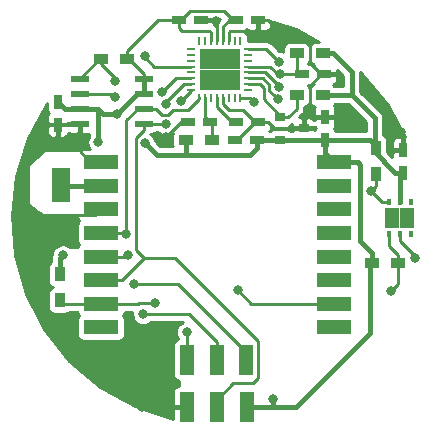
<source format=gtl>
G04 #@! TF.GenerationSoftware,KiCad,Pcbnew,no-vcs-found-7529~57~ubuntu16.04.1*
G04 #@! TF.CreationDate,2017-01-27T16:28:15+02:00*
G04 #@! TF.ProjectId,temperature_humidity,74656D70657261747572655F68756D69,rev?*
G04 #@! TF.FileFunction,Copper,L1,Top,Signal*
G04 #@! TF.FilePolarity,Positive*
%FSLAX46Y46*%
G04 Gerber Fmt 4.6, Leading zero omitted, Abs format (unit mm)*
G04 Created by KiCad (PCBNEW no-vcs-found-7529~57~ubuntu16.04.1) date Fri Jan 27 16:28:15 2017*
%MOMM*%
%LPD*%
G01*
G04 APERTURE LIST*
%ADD10C,0.100000*%
%ADD11R,1.270000X2.500000*%
%ADD12R,1.200000X0.750000*%
%ADD13R,0.750000X1.200000*%
%ADD14R,1.725000X1.725000*%
%ADD15R,0.700000X0.250000*%
%ADD16R,0.250000X0.700000*%
%ADD17R,1.500000X3.000000*%
%ADD18R,1.200000X0.900000*%
%ADD19R,0.900000X1.200000*%
%ADD20R,1.550000X0.600000*%
%ADD21R,0.900000X0.800000*%
%ADD22R,1.300000X0.850000*%
%ADD23R,0.450000X0.630000*%
%ADD24R,3.000000X1.200000*%
%ADD25C,0.800000*%
%ADD26C,0.250000*%
%ADD27C,0.450000*%
%ADD28C,0.254000*%
G04 APERTURE END LIST*
D10*
D11*
X119380000Y-102838000D03*
X116840000Y-102838000D03*
X114300000Y-102838000D03*
X114300000Y-98838000D03*
X116840000Y-98838000D03*
X119340000Y-98838000D03*
D12*
X113604000Y-70104000D03*
X115504000Y-70104000D03*
X116266000Y-78740000D03*
X114366000Y-78740000D03*
X120330000Y-70104000D03*
X118430000Y-70104000D03*
X120330000Y-78740000D03*
X118430000Y-78740000D03*
D13*
X103378000Y-78928000D03*
X103378000Y-77028000D03*
D12*
X124018000Y-74676000D03*
X125918000Y-74676000D03*
X118364000Y-80264000D03*
X120264000Y-80264000D03*
D13*
X132588000Y-81092000D03*
X132588000Y-82992000D03*
X125984000Y-80198000D03*
X125984000Y-78298000D03*
D14*
X117956500Y-73406000D03*
X116231500Y-73406000D03*
X117956500Y-75131000D03*
X116231500Y-75131000D03*
D15*
X119494000Y-72518500D03*
X119494000Y-73018500D03*
X119494000Y-73518500D03*
X119494000Y-74018500D03*
X119494000Y-74518500D03*
X119494000Y-75018500D03*
X119494000Y-75518500D03*
X119494000Y-76018500D03*
D16*
X118844000Y-76668500D03*
X118344000Y-76668500D03*
X117844000Y-76668500D03*
X117344000Y-76668500D03*
X116844000Y-76668500D03*
X116344000Y-76668500D03*
X115844000Y-76668500D03*
X115344000Y-76668500D03*
D15*
X114694000Y-76018500D03*
X114694000Y-75518500D03*
X114694000Y-75018500D03*
X114694000Y-74518500D03*
X114694000Y-74018500D03*
X114694000Y-73518500D03*
X114694000Y-73018500D03*
X114694000Y-72518500D03*
D16*
X115344000Y-71868500D03*
X115844000Y-71868500D03*
X116344000Y-71868500D03*
X116844000Y-71868500D03*
X117344000Y-71868500D03*
X117844000Y-71868500D03*
X118344000Y-71868500D03*
X118844000Y-71868500D03*
D17*
X103632000Y-84020000D03*
D18*
X107020000Y-73406000D03*
X109220000Y-73406000D03*
X123614000Y-76454000D03*
X125814000Y-76454000D03*
X123614000Y-72898000D03*
X125814000Y-72898000D03*
D19*
X130302000Y-80942000D03*
X130302000Y-83142000D03*
D18*
X132164000Y-90678000D03*
X129964000Y-90678000D03*
D19*
X103548000Y-91610000D03*
X103548000Y-93810000D03*
D20*
X110650000Y-75057000D03*
X110650000Y-76327000D03*
X110650000Y-77597000D03*
X110650000Y-78867000D03*
X105250000Y-78867000D03*
X105250000Y-77597000D03*
X105250000Y-76327000D03*
X105250000Y-75057000D03*
D21*
X124206000Y-79248000D03*
X122206000Y-80198000D03*
X122206000Y-78298000D03*
D22*
X131684000Y-87293000D03*
X132984000Y-87293000D03*
X131684000Y-86443000D03*
X132984000Y-86443000D03*
D23*
X131384000Y-85528000D03*
X132334000Y-85528000D03*
X133284000Y-85528000D03*
X133284000Y-88208000D03*
X132334000Y-88208000D03*
X131384000Y-88208000D03*
D24*
X107046000Y-96106000D03*
X107046000Y-94106000D03*
X107046000Y-92106000D03*
X107046000Y-90106000D03*
X107046000Y-88106000D03*
X107046000Y-86106000D03*
X107046000Y-84106000D03*
X107046000Y-82106000D03*
X126746000Y-82106000D03*
X126746000Y-84106000D03*
X126746000Y-86106000D03*
X126746000Y-88106000D03*
X126746000Y-90106000D03*
X126746000Y-92106000D03*
X126746000Y-94106000D03*
X126746000Y-96106000D03*
D18*
X116416000Y-80264000D03*
X114216000Y-80264000D03*
D25*
X133600000Y-90200000D03*
X112522000Y-80010000D03*
X128200000Y-78200000D03*
X132400000Y-79600000D03*
X116796975Y-70121872D03*
X110490000Y-102870000D03*
X122193044Y-74682769D03*
X114300000Y-96520000D03*
X108400008Y-78000000D03*
X121600000Y-102200000D03*
X106800000Y-80400000D03*
X103800000Y-90000000D03*
X110744000Y-80518000D03*
X108200000Y-76600000D03*
X109824990Y-92456000D03*
X109330023Y-90009577D03*
X113792000Y-76948990D03*
X109193988Y-88200000D03*
X110600000Y-94999992D03*
X112521500Y-78914469D03*
X112548011Y-77230892D03*
X122134383Y-73634397D03*
X118618000Y-92963988D03*
X112212039Y-76175931D03*
X111599994Y-94000000D03*
X122078199Y-75731036D03*
X129875010Y-84582000D03*
X122050023Y-76798569D03*
X131609790Y-93000000D03*
X108200008Y-75200000D03*
X110744000Y-73152000D03*
X119999992Y-77000000D03*
D26*
X105250000Y-81210000D02*
X105250000Y-78867000D01*
X106146000Y-82106000D02*
X105250000Y-81210000D01*
X107046000Y-82106000D02*
X106146000Y-82106000D01*
X107046000Y-86106000D02*
X106552000Y-86600000D01*
X106552000Y-86600000D02*
X102416000Y-86600000D01*
X102416000Y-86600000D02*
X102108000Y-86908000D01*
X102108000Y-86908000D02*
X102108000Y-88646000D01*
X103378000Y-78928000D02*
X102472000Y-78928000D01*
X102472000Y-78928000D02*
X100800000Y-80600000D01*
X100800000Y-87338000D02*
X102108000Y-88646000D01*
X100800000Y-80600000D02*
X100800000Y-87338000D01*
X132334000Y-88208000D02*
X132334000Y-88773000D01*
X132334000Y-88773000D02*
X133600000Y-90039000D01*
X133600000Y-90039000D02*
X133600000Y-90200000D01*
X117344000Y-76568000D02*
X117344000Y-77212000D01*
X117344000Y-77212000D02*
X117856000Y-77724000D01*
X117856000Y-77724000D02*
X119089000Y-77724000D01*
X119089000Y-77724000D02*
X120105000Y-78740000D01*
X120105000Y-78740000D02*
X120330000Y-78740000D01*
X113792000Y-78740000D02*
X112522000Y-80010000D01*
X114366000Y-78740000D02*
X113792000Y-78740000D01*
X125984000Y-78298000D02*
X128102000Y-78298000D01*
X128102000Y-78298000D02*
X128200000Y-78200000D01*
X120330000Y-70104000D02*
X121180000Y-70104000D01*
X121180000Y-70104000D02*
X122704000Y-71628000D01*
X122704000Y-71628000D02*
X124714000Y-71628000D01*
X132588000Y-79788000D02*
X132400000Y-79600000D01*
X132588000Y-81092000D02*
X132588000Y-79788000D01*
X120330000Y-70104000D02*
X120330000Y-70729000D01*
X117844000Y-71292220D02*
X117844000Y-71868500D01*
X120330000Y-70729000D02*
X120059000Y-71000000D01*
X117855999Y-71120001D02*
X117855999Y-71280221D01*
X120059000Y-71000000D02*
X117976000Y-71000000D01*
X117976000Y-71000000D02*
X117855999Y-71120001D01*
X117855999Y-71280221D02*
X117844000Y-71292220D01*
X116844000Y-70168897D02*
X116796975Y-70121872D01*
X116779103Y-70104000D02*
X116796975Y-70121872D01*
X115504000Y-70104000D02*
X116779103Y-70104000D01*
X116844000Y-71868500D02*
X116844000Y-70168897D01*
X120330000Y-70104000D02*
X120105000Y-70104000D01*
X124714000Y-71628000D02*
X124714000Y-73697000D01*
X124714000Y-73697000D02*
X125693000Y-74676000D01*
X125693000Y-74676000D02*
X125918000Y-74676000D01*
X132654000Y-81092000D02*
X132588000Y-81092000D01*
X120330000Y-78740000D02*
X121180000Y-78740000D01*
X121180000Y-78740000D02*
X121688000Y-79248000D01*
X121688000Y-79248000D02*
X124206000Y-79248000D01*
X125984000Y-78298000D02*
X124714000Y-78298000D01*
X124714000Y-78298000D02*
X124506000Y-78298000D01*
X125693000Y-74676000D02*
X124714000Y-75655000D01*
X124714000Y-75655000D02*
X124714000Y-78298000D01*
X102108000Y-88646000D02*
X102108000Y-94742000D01*
X102108000Y-94742000D02*
X110236000Y-102870000D01*
X110236000Y-102870000D02*
X110490000Y-102870000D01*
X114300000Y-102838000D02*
X110522000Y-102838000D01*
X110522000Y-102838000D02*
X110490000Y-102870000D01*
X118364000Y-80264000D02*
X118589000Y-80264000D01*
X118589000Y-80264000D02*
X120113000Y-78740000D01*
X120113000Y-78740000D02*
X120330000Y-78740000D01*
X124506000Y-78298000D02*
X124206000Y-78598000D01*
X124206000Y-78598000D02*
X124206000Y-79248000D01*
X105250000Y-78867000D02*
X103439000Y-78867000D01*
X103439000Y-78867000D02*
X103378000Y-78928000D01*
X118164878Y-78740000D02*
X118430000Y-78740000D01*
X116844000Y-77419122D02*
X118164878Y-78740000D01*
X116844000Y-76568000D02*
X116844000Y-77419122D01*
X122199813Y-74676000D02*
X122193044Y-74682769D01*
X124018000Y-74676000D02*
X122199813Y-74676000D01*
X119494000Y-74018500D02*
X121319363Y-74018500D01*
X121319363Y-74018500D02*
X121983632Y-74682769D01*
X121983632Y-74682769D02*
X122193044Y-74682769D01*
X114300000Y-96520000D02*
X114300000Y-98838000D01*
X123614000Y-72898000D02*
X123614000Y-74338000D01*
X123614000Y-74338000D02*
X123952000Y-74676000D01*
X123952000Y-74676000D02*
X124018000Y-74676000D01*
D27*
X106800000Y-77597000D02*
X107203000Y-78000000D01*
X110073008Y-76327000D02*
X108400008Y-78000000D01*
X107203000Y-78000000D02*
X108400008Y-78000000D01*
X110650000Y-76327000D02*
X110073008Y-76327000D01*
X123562000Y-102838000D02*
X121600000Y-102838000D01*
X121600000Y-102838000D02*
X119380000Y-102838000D01*
X121600000Y-102200000D02*
X121600000Y-102838000D01*
X106800000Y-77597000D02*
X105250000Y-77597000D01*
X106800000Y-80400000D02*
X106800000Y-77597000D01*
X103548000Y-91610000D02*
X103548000Y-90252000D01*
X103548000Y-90252000D02*
X103800000Y-90000000D01*
X103400000Y-91462000D02*
X103548000Y-91610000D01*
X129964000Y-90678000D02*
X129800000Y-90842000D01*
X129800000Y-90842000D02*
X129800000Y-96600000D01*
X129800000Y-96600000D02*
X123562000Y-102838000D01*
X114786000Y-81534000D02*
X114334000Y-81534000D01*
X114334000Y-81534000D02*
X114216000Y-81416000D01*
X114216000Y-81416000D02*
X114216000Y-80264000D01*
X114786000Y-81534000D02*
X111760000Y-81534000D01*
X111760000Y-81534000D02*
X110744000Y-80518000D01*
X128254000Y-76454000D02*
X128254000Y-74488000D01*
X125814000Y-72898000D02*
X126664000Y-72898000D01*
X126664000Y-72898000D02*
X128254000Y-74488000D01*
X130200000Y-78400000D02*
X128254000Y-76454000D01*
X130200000Y-80840000D02*
X130200000Y-78400000D01*
X128254000Y-76454000D02*
X125814000Y-76454000D01*
X130302000Y-80942000D02*
X130200000Y-80840000D01*
X132588000Y-82992000D02*
X131948000Y-82992000D01*
X129798000Y-80198000D02*
X125984000Y-80198000D01*
X131948000Y-82992000D02*
X130048000Y-81092000D01*
X130048000Y-81092000D02*
X130048000Y-80448000D01*
X130048000Y-80448000D02*
X129798000Y-80198000D01*
X129964000Y-90678000D02*
X129964000Y-89764000D01*
X128776000Y-82106000D02*
X126746000Y-82106000D01*
X129964000Y-89764000D02*
X129000000Y-88800000D01*
X129000000Y-88800000D02*
X129000000Y-82330000D01*
X129000000Y-82330000D02*
X128776000Y-82106000D01*
X113829000Y-70104000D02*
X113604000Y-70104000D01*
D26*
X114586129Y-69346871D02*
X113829000Y-70104000D01*
X117447871Y-69346871D02*
X114586129Y-69346871D01*
X118205000Y-70104000D02*
X117447871Y-69346871D01*
D27*
X118430000Y-70104000D02*
X118205000Y-70104000D01*
D26*
X117910878Y-70104000D02*
X118430000Y-70104000D01*
X117344000Y-71868500D02*
X117344000Y-70670878D01*
X117344000Y-70670878D02*
X117910878Y-70104000D01*
X113604000Y-70104000D02*
X113604000Y-70729000D01*
X113604000Y-70729000D02*
X113875000Y-71000000D01*
X113875000Y-71000000D02*
X116212000Y-71000000D01*
X116212000Y-71000000D02*
X116344000Y-71132000D01*
X116344000Y-71132000D02*
X116344000Y-71868500D01*
X113604000Y-70104000D02*
X111822000Y-70104000D01*
X109220000Y-72706000D02*
X109220000Y-73406000D01*
X111822000Y-70104000D02*
X109220000Y-72706000D01*
D27*
X118364000Y-70104000D02*
X118430000Y-70104000D01*
D26*
X109370000Y-73406000D02*
X110650000Y-74686000D01*
X110650000Y-74686000D02*
X110650000Y-75057000D01*
D27*
X109220000Y-73406000D02*
X109370000Y-73406000D01*
X114216000Y-80264000D02*
X114066000Y-80264000D01*
X120264000Y-80264000D02*
X120264000Y-80889000D01*
X120264000Y-80889000D02*
X119619000Y-81534000D01*
X119619000Y-81534000D02*
X114786000Y-81534000D01*
X110650000Y-75057000D02*
X110650000Y-76327000D01*
X125984000Y-80198000D02*
X125984000Y-81344000D01*
X125984000Y-81344000D02*
X126746000Y-82106000D01*
X132334000Y-85528000D02*
X132334000Y-83246000D01*
X132334000Y-83246000D02*
X132588000Y-82992000D01*
X120264000Y-80264000D02*
X122140000Y-80264000D01*
X122140000Y-80264000D02*
X122206000Y-80198000D01*
X122206000Y-80198000D02*
X125984000Y-80198000D01*
X105250000Y-77597000D02*
X103947000Y-77597000D01*
X103947000Y-77597000D02*
X103378000Y-77028000D01*
D26*
X107927000Y-76327000D02*
X108200000Y-76600000D01*
X105250000Y-76327000D02*
X107927000Y-76327000D01*
X119340000Y-98223000D02*
X113573000Y-92456000D01*
X113573000Y-92456000D02*
X109824990Y-92456000D01*
X119340000Y-98838000D02*
X119340000Y-98223000D01*
X114694000Y-76018500D02*
X114694000Y-76046990D01*
X114694000Y-76046990D02*
X113792000Y-76948990D01*
X109233600Y-90106000D02*
X109330023Y-90009577D01*
X107046000Y-90106000D02*
X109233600Y-90106000D01*
X109193988Y-78578012D02*
X109193988Y-88200000D01*
X109099988Y-88106000D02*
X109193988Y-88200000D01*
X110650000Y-77597000D02*
X110175000Y-77597000D01*
X107046000Y-88106000D02*
X109099988Y-88106000D01*
X110175000Y-77597000D02*
X109193988Y-78578012D01*
X116840000Y-98838000D02*
X116840000Y-97338000D01*
X116840000Y-97338000D02*
X114501992Y-94999992D01*
X114501992Y-94999992D02*
X110600000Y-94999992D01*
X115344000Y-76568000D02*
X115344000Y-76793000D01*
X111675000Y-77597000D02*
X110650000Y-77597000D01*
X112217468Y-78139468D02*
X111675000Y-77597000D01*
X112745534Y-78139468D02*
X112217468Y-78139468D01*
X113161002Y-77724000D02*
X112745534Y-78139468D01*
X115344000Y-76793000D02*
X114413000Y-77724000D01*
X114413000Y-77724000D02*
X113161002Y-77724000D01*
X107014000Y-88138000D02*
X107046000Y-88106000D01*
X107946000Y-88106000D02*
X107046000Y-88106000D01*
X110650000Y-79417000D02*
X110650000Y-78867000D01*
X110650000Y-90252000D02*
X109968998Y-89570998D01*
X109968998Y-89570998D02*
X109968998Y-80098002D01*
X109968998Y-80098002D02*
X110650000Y-79417000D01*
X114694000Y-75518500D02*
X114081500Y-75518500D01*
X114081500Y-75518500D02*
X112578903Y-77021097D01*
X112578903Y-77021097D02*
X112578903Y-77200000D01*
X112578903Y-77200000D02*
X112548011Y-77230892D01*
X112474031Y-78867000D02*
X112521500Y-78914469D01*
X110650000Y-78867000D02*
X112474031Y-78867000D01*
X116840000Y-102838000D02*
X116840000Y-102223000D01*
X116840000Y-102223000D02*
X118225000Y-100838000D01*
X120350001Y-100388001D02*
X120350001Y-97287999D01*
X113314002Y-90252000D02*
X110650000Y-90252000D01*
X118225000Y-100838000D02*
X119900002Y-100838000D01*
X119900002Y-100838000D02*
X120350001Y-100388001D01*
X120350001Y-97287999D02*
X113314002Y-90252000D01*
X107046000Y-92106000D02*
X108796000Y-92106000D01*
X108796000Y-92106000D02*
X110650000Y-90252000D01*
X121018486Y-72518500D02*
X122134383Y-73634397D01*
X119494000Y-72518500D02*
X121018486Y-72518500D01*
X119760012Y-94106000D02*
X118618000Y-92963988D01*
X126746000Y-94106000D02*
X119760012Y-94106000D01*
X113369470Y-75018500D02*
X112212039Y-76175931D01*
X114694000Y-75018500D02*
X113369470Y-75018500D01*
X110252996Y-94000000D02*
X111599994Y-94000000D01*
X110146996Y-94106000D02*
X110252996Y-94000000D01*
X107046000Y-94106000D02*
X110146996Y-94106000D01*
X107046000Y-94106000D02*
X103844000Y-94106000D01*
X103844000Y-94106000D02*
X103548000Y-93810000D01*
D27*
X107046000Y-84106000D02*
X103718000Y-84106000D01*
D26*
X103718000Y-84106000D02*
X103632000Y-84020000D01*
X119494000Y-75518500D02*
X120518500Y-75518500D01*
X120518500Y-75518500D02*
X120800000Y-75800000D01*
X120800000Y-75800000D02*
X120800000Y-76800000D01*
X120800000Y-76800000D02*
X122206000Y-78206000D01*
X122206000Y-78206000D02*
X122206000Y-78298000D01*
X122206000Y-78298000D02*
X122906000Y-78298000D01*
X122906000Y-78298000D02*
X123614000Y-77590000D01*
X123614000Y-77590000D02*
X123614000Y-76454000D01*
X119494000Y-74518500D02*
X120932744Y-74518500D01*
X120932744Y-74518500D02*
X122078199Y-75663955D01*
X122078199Y-75663955D02*
X122078199Y-75731036D01*
X131384000Y-85528000D02*
X130821010Y-85528000D01*
X130302000Y-84155010D02*
X129875010Y-84582000D01*
X130821010Y-85528000D02*
X129875010Y-84582000D01*
X130302000Y-83142000D02*
X130302000Y-84155010D01*
X121650024Y-76398570D02*
X122050023Y-76798569D01*
X121649703Y-76398570D02*
X121650024Y-76398570D01*
X120725622Y-75018500D02*
X121300011Y-75592889D01*
X121300011Y-76048878D02*
X121649703Y-76398570D01*
X119494000Y-75018500D02*
X120725622Y-75018500D01*
X121300011Y-75592889D02*
X121300011Y-76048878D01*
X132164000Y-90678000D02*
X132164000Y-92445790D01*
X132164000Y-92445790D02*
X131609790Y-93000000D01*
X132164000Y-90678000D02*
X132164000Y-89978000D01*
X132164000Y-89978000D02*
X131384000Y-89198000D01*
X131384000Y-89198000D02*
X131384000Y-88208000D01*
X107020000Y-73406000D02*
X107020000Y-73820000D01*
X107020000Y-73820000D02*
X108200008Y-75000008D01*
X108200008Y-75000008D02*
X108200008Y-75200000D01*
X114694000Y-74018500D02*
X111557502Y-74018500D01*
X111557502Y-74018500D02*
X110744000Y-73204998D01*
X110744000Y-73204998D02*
X110744000Y-73152000D01*
X107020000Y-73406000D02*
X106901000Y-73406000D01*
X106901000Y-73406000D02*
X105250000Y-75057000D01*
X115844000Y-76568000D02*
X115844000Y-78318000D01*
X115844000Y-78318000D02*
X116266000Y-78740000D01*
X116416000Y-80264000D02*
X116416000Y-78890000D01*
X116416000Y-78890000D02*
X116266000Y-78740000D01*
X119668492Y-76668500D02*
X119999992Y-77000000D01*
X118844000Y-76668500D02*
X119668492Y-76668500D01*
D28*
G36*
X102473451Y-77628000D02*
X102483626Y-77731310D01*
X102513761Y-77830650D01*
X102562696Y-77922202D01*
X102608137Y-77977572D01*
X102593652Y-77992057D01*
X102535979Y-78078372D01*
X102496252Y-78174280D01*
X102476000Y-78276095D01*
X102476000Y-78723250D01*
X102607750Y-78855000D01*
X103305000Y-78855000D01*
X103305000Y-78835000D01*
X103451000Y-78835000D01*
X103451000Y-78855000D01*
X104148250Y-78855000D01*
X104209250Y-78794000D01*
X105177000Y-78794000D01*
X105177000Y-78774000D01*
X105323000Y-78774000D01*
X105323000Y-78794000D01*
X105343000Y-78794000D01*
X105343000Y-78940000D01*
X105323000Y-78940000D01*
X105323000Y-79562250D01*
X105454750Y-79694000D01*
X106048000Y-79694000D01*
X106048000Y-79857395D01*
X105983733Y-79951254D01*
X105912117Y-80118347D01*
X105874320Y-80296168D01*
X105871782Y-80477945D01*
X105904599Y-80656752D01*
X105971522Y-80825780D01*
X106070001Y-80978590D01*
X106070397Y-80979000D01*
X105494095Y-80979000D01*
X105392280Y-80999252D01*
X105296372Y-81038979D01*
X105235028Y-81079967D01*
X105200000Y-81073000D01*
X102400000Y-81073000D01*
X102360541Y-81079285D01*
X102317349Y-81103574D01*
X100917349Y-82303574D01*
X100882667Y-82351399D01*
X100873000Y-82400000D01*
X100873000Y-85600000D01*
X100890720Y-85664706D01*
X100923800Y-85701600D01*
X101723800Y-86301600D01*
X101729553Y-86305670D01*
X102329553Y-86705670D01*
X102400000Y-86727000D01*
X105019000Y-86727000D01*
X105019000Y-86757905D01*
X105039252Y-86859720D01*
X105078979Y-86955628D01*
X105136652Y-87041943D01*
X105201601Y-87106892D01*
X105171552Y-87131552D01*
X105105696Y-87211798D01*
X105056761Y-87303350D01*
X105026626Y-87402690D01*
X105016451Y-87506000D01*
X105016451Y-88706000D01*
X105026626Y-88809310D01*
X105056761Y-88908650D01*
X105105696Y-89000202D01*
X105171552Y-89080448D01*
X105202687Y-89106000D01*
X105171552Y-89131552D01*
X105105696Y-89211798D01*
X105072983Y-89273000D01*
X104379996Y-89273000D01*
X104243037Y-89180621D01*
X104075448Y-89110173D01*
X103897367Y-89073618D01*
X103715577Y-89072349D01*
X103537003Y-89106413D01*
X103368447Y-89174515D01*
X103216328Y-89274058D01*
X103086441Y-89401253D01*
X102983733Y-89551254D01*
X102912117Y-89718347D01*
X102874320Y-89896168D01*
X102873923Y-89924628D01*
X102856810Y-89955756D01*
X102855614Y-89959526D01*
X102853746Y-89963010D01*
X102833438Y-90029434D01*
X102812433Y-90095650D01*
X102811992Y-90099579D01*
X102810836Y-90103361D01*
X102803820Y-90172439D01*
X102796073Y-90241500D01*
X102796019Y-90249235D01*
X102796005Y-90249375D01*
X102796017Y-90249506D01*
X102796000Y-90252000D01*
X102796000Y-90576096D01*
X102723552Y-90635552D01*
X102657696Y-90715798D01*
X102608761Y-90807350D01*
X102578626Y-90906690D01*
X102568451Y-91010000D01*
X102568451Y-92210000D01*
X102578626Y-92313310D01*
X102608761Y-92412650D01*
X102657696Y-92504202D01*
X102723552Y-92584448D01*
X102803798Y-92650304D01*
X102895350Y-92699239D01*
X102930824Y-92710000D01*
X102895350Y-92720761D01*
X102803798Y-92769696D01*
X102723552Y-92835552D01*
X102657696Y-92915798D01*
X102608761Y-93007350D01*
X102578626Y-93106690D01*
X102568451Y-93210000D01*
X102568451Y-94410000D01*
X102578626Y-94513310D01*
X102608761Y-94612650D01*
X102657696Y-94704202D01*
X102723552Y-94784448D01*
X102803798Y-94850304D01*
X102895350Y-94899239D01*
X102994690Y-94929374D01*
X103098000Y-94939549D01*
X103998000Y-94939549D01*
X104101310Y-94929374D01*
X104200650Y-94899239D01*
X104292202Y-94850304D01*
X104372448Y-94784448D01*
X104394153Y-94758000D01*
X105021572Y-94758000D01*
X105026626Y-94809310D01*
X105056761Y-94908650D01*
X105105696Y-95000202D01*
X105171552Y-95080448D01*
X105202687Y-95106000D01*
X105171552Y-95131552D01*
X105105696Y-95211798D01*
X105056761Y-95303350D01*
X105026626Y-95402690D01*
X105016451Y-95506000D01*
X105016451Y-96706000D01*
X105026626Y-96809310D01*
X105056761Y-96908650D01*
X105105696Y-97000202D01*
X105171552Y-97080448D01*
X105251798Y-97146304D01*
X105343350Y-97195239D01*
X105442690Y-97225374D01*
X105546000Y-97235549D01*
X108546000Y-97235549D01*
X108649310Y-97225374D01*
X108748650Y-97195239D01*
X108840202Y-97146304D01*
X108920448Y-97080448D01*
X108986304Y-97000202D01*
X109035239Y-96908650D01*
X109065374Y-96809310D01*
X109075549Y-96706000D01*
X109075549Y-95506000D01*
X109065374Y-95402690D01*
X109035239Y-95303350D01*
X108986304Y-95211798D01*
X108920448Y-95131552D01*
X108889313Y-95106000D01*
X108920448Y-95080448D01*
X108986304Y-95000202D01*
X109035239Y-94908650D01*
X109065374Y-94809310D01*
X109070428Y-94758000D01*
X109703687Y-94758000D01*
X109674320Y-94896160D01*
X109671782Y-95077937D01*
X109704599Y-95256744D01*
X109771522Y-95425772D01*
X109870001Y-95578582D01*
X109996286Y-95709354D01*
X110145566Y-95813106D01*
X110312155Y-95885887D01*
X110489708Y-95924924D01*
X110671463Y-95928732D01*
X110850495Y-95897163D01*
X111019986Y-95831422D01*
X111173479Y-95734012D01*
X111259609Y-95651992D01*
X113973694Y-95651992D01*
X113868447Y-95694515D01*
X113716328Y-95794058D01*
X113586441Y-95921253D01*
X113483733Y-96071254D01*
X113412117Y-96238347D01*
X113374320Y-96416168D01*
X113371782Y-96597945D01*
X113404599Y-96776752D01*
X113471522Y-96945780D01*
X113552489Y-97071417D01*
X113462350Y-97098761D01*
X113370798Y-97147696D01*
X113290552Y-97213552D01*
X113224696Y-97293798D01*
X113175761Y-97385350D01*
X113145626Y-97484690D01*
X113135451Y-97588000D01*
X113135451Y-100088000D01*
X113145626Y-100191310D01*
X113175761Y-100290650D01*
X113224696Y-100382202D01*
X113290552Y-100462448D01*
X113370798Y-100528304D01*
X113462350Y-100577239D01*
X113561690Y-100607374D01*
X113665000Y-100617549D01*
X113673000Y-100617549D01*
X113673000Y-101061000D01*
X113613095Y-101061000D01*
X113511280Y-101081252D01*
X113415372Y-101120979D01*
X113329057Y-101178652D01*
X113255652Y-101252057D01*
X113197979Y-101338372D01*
X113158252Y-101434280D01*
X113138000Y-101536095D01*
X113138000Y-102633250D01*
X113269750Y-102765000D01*
X113673000Y-102765000D01*
X113673000Y-102911000D01*
X113269750Y-102911000D01*
X113138000Y-103042750D01*
X113138000Y-103828217D01*
X113111743Y-103825086D01*
X109889098Y-102777985D01*
X106931212Y-101124878D01*
X104350748Y-98928731D01*
X102245995Y-96273194D01*
X100697124Y-93259417D01*
X99763130Y-90002192D01*
X99479588Y-86625587D01*
X99857300Y-83258216D01*
X100881877Y-80028340D01*
X101374231Y-79132750D01*
X102476000Y-79132750D01*
X102476000Y-79579905D01*
X102496252Y-79681720D01*
X102535979Y-79777628D01*
X102593652Y-79863943D01*
X102667057Y-79937348D01*
X102753372Y-79995021D01*
X102849280Y-80034748D01*
X102951095Y-80055000D01*
X103173250Y-80055000D01*
X103305000Y-79923250D01*
X103305000Y-79001000D01*
X103451000Y-79001000D01*
X103451000Y-79923250D01*
X103582750Y-80055000D01*
X103804905Y-80055000D01*
X103906720Y-80034748D01*
X104002628Y-79995021D01*
X104088943Y-79937348D01*
X104162348Y-79863943D01*
X104220021Y-79777628D01*
X104259748Y-79681720D01*
X104265897Y-79650807D01*
X104321280Y-79673748D01*
X104423095Y-79694000D01*
X105045250Y-79694000D01*
X105177000Y-79562250D01*
X105177000Y-78940000D01*
X104079750Y-78940000D01*
X104018750Y-79001000D01*
X103451000Y-79001000D01*
X103305000Y-79001000D01*
X102607750Y-79001000D01*
X102476000Y-79132750D01*
X101374231Y-79132750D01*
X102473451Y-77133277D01*
X102473451Y-77628000D01*
X102473451Y-77628000D01*
G37*
X102473451Y-77628000D02*
X102483626Y-77731310D01*
X102513761Y-77830650D01*
X102562696Y-77922202D01*
X102608137Y-77977572D01*
X102593652Y-77992057D01*
X102535979Y-78078372D01*
X102496252Y-78174280D01*
X102476000Y-78276095D01*
X102476000Y-78723250D01*
X102607750Y-78855000D01*
X103305000Y-78855000D01*
X103305000Y-78835000D01*
X103451000Y-78835000D01*
X103451000Y-78855000D01*
X104148250Y-78855000D01*
X104209250Y-78794000D01*
X105177000Y-78794000D01*
X105177000Y-78774000D01*
X105323000Y-78774000D01*
X105323000Y-78794000D01*
X105343000Y-78794000D01*
X105343000Y-78940000D01*
X105323000Y-78940000D01*
X105323000Y-79562250D01*
X105454750Y-79694000D01*
X106048000Y-79694000D01*
X106048000Y-79857395D01*
X105983733Y-79951254D01*
X105912117Y-80118347D01*
X105874320Y-80296168D01*
X105871782Y-80477945D01*
X105904599Y-80656752D01*
X105971522Y-80825780D01*
X106070001Y-80978590D01*
X106070397Y-80979000D01*
X105494095Y-80979000D01*
X105392280Y-80999252D01*
X105296372Y-81038979D01*
X105235028Y-81079967D01*
X105200000Y-81073000D01*
X102400000Y-81073000D01*
X102360541Y-81079285D01*
X102317349Y-81103574D01*
X100917349Y-82303574D01*
X100882667Y-82351399D01*
X100873000Y-82400000D01*
X100873000Y-85600000D01*
X100890720Y-85664706D01*
X100923800Y-85701600D01*
X101723800Y-86301600D01*
X101729553Y-86305670D01*
X102329553Y-86705670D01*
X102400000Y-86727000D01*
X105019000Y-86727000D01*
X105019000Y-86757905D01*
X105039252Y-86859720D01*
X105078979Y-86955628D01*
X105136652Y-87041943D01*
X105201601Y-87106892D01*
X105171552Y-87131552D01*
X105105696Y-87211798D01*
X105056761Y-87303350D01*
X105026626Y-87402690D01*
X105016451Y-87506000D01*
X105016451Y-88706000D01*
X105026626Y-88809310D01*
X105056761Y-88908650D01*
X105105696Y-89000202D01*
X105171552Y-89080448D01*
X105202687Y-89106000D01*
X105171552Y-89131552D01*
X105105696Y-89211798D01*
X105072983Y-89273000D01*
X104379996Y-89273000D01*
X104243037Y-89180621D01*
X104075448Y-89110173D01*
X103897367Y-89073618D01*
X103715577Y-89072349D01*
X103537003Y-89106413D01*
X103368447Y-89174515D01*
X103216328Y-89274058D01*
X103086441Y-89401253D01*
X102983733Y-89551254D01*
X102912117Y-89718347D01*
X102874320Y-89896168D01*
X102873923Y-89924628D01*
X102856810Y-89955756D01*
X102855614Y-89959526D01*
X102853746Y-89963010D01*
X102833438Y-90029434D01*
X102812433Y-90095650D01*
X102811992Y-90099579D01*
X102810836Y-90103361D01*
X102803820Y-90172439D01*
X102796073Y-90241500D01*
X102796019Y-90249235D01*
X102796005Y-90249375D01*
X102796017Y-90249506D01*
X102796000Y-90252000D01*
X102796000Y-90576096D01*
X102723552Y-90635552D01*
X102657696Y-90715798D01*
X102608761Y-90807350D01*
X102578626Y-90906690D01*
X102568451Y-91010000D01*
X102568451Y-92210000D01*
X102578626Y-92313310D01*
X102608761Y-92412650D01*
X102657696Y-92504202D01*
X102723552Y-92584448D01*
X102803798Y-92650304D01*
X102895350Y-92699239D01*
X102930824Y-92710000D01*
X102895350Y-92720761D01*
X102803798Y-92769696D01*
X102723552Y-92835552D01*
X102657696Y-92915798D01*
X102608761Y-93007350D01*
X102578626Y-93106690D01*
X102568451Y-93210000D01*
X102568451Y-94410000D01*
X102578626Y-94513310D01*
X102608761Y-94612650D01*
X102657696Y-94704202D01*
X102723552Y-94784448D01*
X102803798Y-94850304D01*
X102895350Y-94899239D01*
X102994690Y-94929374D01*
X103098000Y-94939549D01*
X103998000Y-94939549D01*
X104101310Y-94929374D01*
X104200650Y-94899239D01*
X104292202Y-94850304D01*
X104372448Y-94784448D01*
X104394153Y-94758000D01*
X105021572Y-94758000D01*
X105026626Y-94809310D01*
X105056761Y-94908650D01*
X105105696Y-95000202D01*
X105171552Y-95080448D01*
X105202687Y-95106000D01*
X105171552Y-95131552D01*
X105105696Y-95211798D01*
X105056761Y-95303350D01*
X105026626Y-95402690D01*
X105016451Y-95506000D01*
X105016451Y-96706000D01*
X105026626Y-96809310D01*
X105056761Y-96908650D01*
X105105696Y-97000202D01*
X105171552Y-97080448D01*
X105251798Y-97146304D01*
X105343350Y-97195239D01*
X105442690Y-97225374D01*
X105546000Y-97235549D01*
X108546000Y-97235549D01*
X108649310Y-97225374D01*
X108748650Y-97195239D01*
X108840202Y-97146304D01*
X108920448Y-97080448D01*
X108986304Y-97000202D01*
X109035239Y-96908650D01*
X109065374Y-96809310D01*
X109075549Y-96706000D01*
X109075549Y-95506000D01*
X109065374Y-95402690D01*
X109035239Y-95303350D01*
X108986304Y-95211798D01*
X108920448Y-95131552D01*
X108889313Y-95106000D01*
X108920448Y-95080448D01*
X108986304Y-95000202D01*
X109035239Y-94908650D01*
X109065374Y-94809310D01*
X109070428Y-94758000D01*
X109703687Y-94758000D01*
X109674320Y-94896160D01*
X109671782Y-95077937D01*
X109704599Y-95256744D01*
X109771522Y-95425772D01*
X109870001Y-95578582D01*
X109996286Y-95709354D01*
X110145566Y-95813106D01*
X110312155Y-95885887D01*
X110489708Y-95924924D01*
X110671463Y-95928732D01*
X110850495Y-95897163D01*
X111019986Y-95831422D01*
X111173479Y-95734012D01*
X111259609Y-95651992D01*
X113973694Y-95651992D01*
X113868447Y-95694515D01*
X113716328Y-95794058D01*
X113586441Y-95921253D01*
X113483733Y-96071254D01*
X113412117Y-96238347D01*
X113374320Y-96416168D01*
X113371782Y-96597945D01*
X113404599Y-96776752D01*
X113471522Y-96945780D01*
X113552489Y-97071417D01*
X113462350Y-97098761D01*
X113370798Y-97147696D01*
X113290552Y-97213552D01*
X113224696Y-97293798D01*
X113175761Y-97385350D01*
X113145626Y-97484690D01*
X113135451Y-97588000D01*
X113135451Y-100088000D01*
X113145626Y-100191310D01*
X113175761Y-100290650D01*
X113224696Y-100382202D01*
X113290552Y-100462448D01*
X113370798Y-100528304D01*
X113462350Y-100577239D01*
X113561690Y-100607374D01*
X113665000Y-100617549D01*
X113673000Y-100617549D01*
X113673000Y-101061000D01*
X113613095Y-101061000D01*
X113511280Y-101081252D01*
X113415372Y-101120979D01*
X113329057Y-101178652D01*
X113255652Y-101252057D01*
X113197979Y-101338372D01*
X113158252Y-101434280D01*
X113138000Y-101536095D01*
X113138000Y-102633250D01*
X113269750Y-102765000D01*
X113673000Y-102765000D01*
X113673000Y-102911000D01*
X113269750Y-102911000D01*
X113138000Y-103042750D01*
X113138000Y-103828217D01*
X113111743Y-103825086D01*
X109889098Y-102777985D01*
X106931212Y-101124878D01*
X104350748Y-98928731D01*
X102245995Y-96273194D01*
X100697124Y-93259417D01*
X99763130Y-90002192D01*
X99479588Y-86625587D01*
X99857300Y-83258216D01*
X100881877Y-80028340D01*
X101374231Y-79132750D01*
X102476000Y-79132750D01*
X102476000Y-79579905D01*
X102496252Y-79681720D01*
X102535979Y-79777628D01*
X102593652Y-79863943D01*
X102667057Y-79937348D01*
X102753372Y-79995021D01*
X102849280Y-80034748D01*
X102951095Y-80055000D01*
X103173250Y-80055000D01*
X103305000Y-79923250D01*
X103305000Y-79001000D01*
X103451000Y-79001000D01*
X103451000Y-79923250D01*
X103582750Y-80055000D01*
X103804905Y-80055000D01*
X103906720Y-80034748D01*
X104002628Y-79995021D01*
X104088943Y-79937348D01*
X104162348Y-79863943D01*
X104220021Y-79777628D01*
X104259748Y-79681720D01*
X104265897Y-79650807D01*
X104321280Y-79673748D01*
X104423095Y-79694000D01*
X105045250Y-79694000D01*
X105177000Y-79562250D01*
X105177000Y-78940000D01*
X104079750Y-78940000D01*
X104018750Y-79001000D01*
X103451000Y-79001000D01*
X103305000Y-79001000D01*
X102607750Y-79001000D01*
X102476000Y-79132750D01*
X101374231Y-79132750D01*
X102473451Y-77133277D01*
X102473451Y-77628000D01*
G36*
X107119000Y-86033000D02*
X107139000Y-86033000D01*
X107139000Y-86179000D01*
X107119000Y-86179000D01*
X107119000Y-86199000D01*
X106973000Y-86199000D01*
X106973000Y-86179000D01*
X106953000Y-86179000D01*
X106953000Y-86033000D01*
X106973000Y-86033000D01*
X106973000Y-86013000D01*
X107119000Y-86013000D01*
X107119000Y-86033000D01*
X107119000Y-86033000D01*
G37*
X107119000Y-86033000D02*
X107139000Y-86033000D01*
X107139000Y-86179000D01*
X107119000Y-86179000D01*
X107119000Y-86199000D01*
X106973000Y-86199000D01*
X106973000Y-86179000D01*
X106953000Y-86179000D01*
X106953000Y-86033000D01*
X106973000Y-86033000D01*
X106973000Y-86013000D01*
X107119000Y-86013000D01*
X107119000Y-86033000D01*
G36*
X107119000Y-82033000D02*
X107139000Y-82033000D01*
X107139000Y-82179000D01*
X107119000Y-82179000D01*
X107119000Y-82199000D01*
X106973000Y-82199000D01*
X106973000Y-82179000D01*
X106953000Y-82179000D01*
X106953000Y-82033000D01*
X106973000Y-82033000D01*
X106973000Y-82013000D01*
X107119000Y-82013000D01*
X107119000Y-82033000D01*
X107119000Y-82033000D01*
G37*
X107119000Y-82033000D02*
X107139000Y-82033000D01*
X107139000Y-82179000D01*
X107119000Y-82179000D01*
X107119000Y-82199000D01*
X106973000Y-82199000D01*
X106973000Y-82179000D01*
X106953000Y-82179000D01*
X106953000Y-82033000D01*
X106973000Y-82033000D01*
X106973000Y-82013000D01*
X107119000Y-82013000D01*
X107119000Y-82033000D01*
G36*
X129159641Y-74634068D02*
X131301265Y-77259958D01*
X132758025Y-79999725D01*
X132661000Y-80096750D01*
X132661000Y-81019000D01*
X132681000Y-81019000D01*
X132681000Y-81165000D01*
X132661000Y-81165000D01*
X132661000Y-81185000D01*
X132515000Y-81185000D01*
X132515000Y-81165000D01*
X131817750Y-81165000D01*
X131686000Y-81296750D01*
X131686000Y-81666512D01*
X131281549Y-81262061D01*
X131281549Y-80440095D01*
X131686000Y-80440095D01*
X131686000Y-80887250D01*
X131817750Y-81019000D01*
X132515000Y-81019000D01*
X132515000Y-80096750D01*
X132383250Y-79965000D01*
X132161095Y-79965000D01*
X132059280Y-79985252D01*
X131963372Y-80024979D01*
X131877057Y-80082652D01*
X131803652Y-80156057D01*
X131745979Y-80242372D01*
X131706252Y-80338280D01*
X131686000Y-80440095D01*
X131281549Y-80440095D01*
X131281549Y-80342000D01*
X131271374Y-80238690D01*
X131241239Y-80139350D01*
X131192304Y-80047798D01*
X131126448Y-79967552D01*
X131046202Y-79901696D01*
X130954650Y-79852761D01*
X130952000Y-79851957D01*
X130952000Y-78400000D01*
X130945222Y-78330870D01*
X130939167Y-78261669D01*
X130938064Y-78257872D01*
X130937678Y-78253936D01*
X130917605Y-78187451D01*
X130898222Y-78120731D01*
X130896401Y-78117219D01*
X130895259Y-78113435D01*
X130862664Y-78052134D01*
X130830681Y-77990432D01*
X130828213Y-77987340D01*
X130826357Y-77983850D01*
X130782494Y-77930068D01*
X130739118Y-77875732D01*
X130733686Y-77870224D01*
X130733597Y-77870115D01*
X130733496Y-77870031D01*
X130731745Y-77868256D01*
X129006000Y-76142512D01*
X129006000Y-74506965D01*
X129159641Y-74634068D01*
X129159641Y-74634068D01*
G37*
X129159641Y-74634068D02*
X131301265Y-77259958D01*
X132758025Y-79999725D01*
X132661000Y-80096750D01*
X132661000Y-81019000D01*
X132681000Y-81019000D01*
X132681000Y-81165000D01*
X132661000Y-81165000D01*
X132661000Y-81185000D01*
X132515000Y-81185000D01*
X132515000Y-81165000D01*
X131817750Y-81165000D01*
X131686000Y-81296750D01*
X131686000Y-81666512D01*
X131281549Y-81262061D01*
X131281549Y-80440095D01*
X131686000Y-80440095D01*
X131686000Y-80887250D01*
X131817750Y-81019000D01*
X132515000Y-81019000D01*
X132515000Y-80096750D01*
X132383250Y-79965000D01*
X132161095Y-79965000D01*
X132059280Y-79985252D01*
X131963372Y-80024979D01*
X131877057Y-80082652D01*
X131803652Y-80156057D01*
X131745979Y-80242372D01*
X131706252Y-80338280D01*
X131686000Y-80440095D01*
X131281549Y-80440095D01*
X131281549Y-80342000D01*
X131271374Y-80238690D01*
X131241239Y-80139350D01*
X131192304Y-80047798D01*
X131126448Y-79967552D01*
X131046202Y-79901696D01*
X130954650Y-79852761D01*
X130952000Y-79851957D01*
X130952000Y-78400000D01*
X130945222Y-78330870D01*
X130939167Y-78261669D01*
X130938064Y-78257872D01*
X130937678Y-78253936D01*
X130917605Y-78187451D01*
X130898222Y-78120731D01*
X130896401Y-78117219D01*
X130895259Y-78113435D01*
X130862664Y-78052134D01*
X130830681Y-77990432D01*
X130828213Y-77987340D01*
X130826357Y-77983850D01*
X130782494Y-77930068D01*
X130739118Y-77875732D01*
X130733686Y-77870224D01*
X130733597Y-77870115D01*
X130733496Y-77870031D01*
X130731745Y-77868256D01*
X129006000Y-76142512D01*
X129006000Y-74506965D01*
X129159641Y-74634068D01*
G36*
X111917786Y-79623831D02*
X112067066Y-79727583D01*
X112233655Y-79800364D01*
X112411208Y-79839401D01*
X112592963Y-79843209D01*
X112771995Y-79811640D01*
X112941486Y-79745899D01*
X113094979Y-79648489D01*
X113123829Y-79621016D01*
X113096626Y-79710690D01*
X113086451Y-79814000D01*
X113086451Y-80714000D01*
X113093148Y-80782000D01*
X112071488Y-80782000D01*
X111659793Y-80370305D01*
X111635729Y-80248771D01*
X111566452Y-80080694D01*
X111465849Y-79929274D01*
X111337751Y-79800278D01*
X111222506Y-79722545D01*
X111236797Y-79696549D01*
X111425000Y-79696549D01*
X111528310Y-79686374D01*
X111627650Y-79656239D01*
X111719202Y-79607304D01*
X111799448Y-79541448D01*
X111817265Y-79519738D01*
X111917786Y-79623831D01*
X111917786Y-79623831D01*
G37*
X111917786Y-79623831D02*
X112067066Y-79727583D01*
X112233655Y-79800364D01*
X112411208Y-79839401D01*
X112592963Y-79843209D01*
X112771995Y-79811640D01*
X112941486Y-79745899D01*
X113094979Y-79648489D01*
X113123829Y-79621016D01*
X113096626Y-79710690D01*
X113086451Y-79814000D01*
X113086451Y-80714000D01*
X113093148Y-80782000D01*
X112071488Y-80782000D01*
X111659793Y-80370305D01*
X111635729Y-80248771D01*
X111566452Y-80080694D01*
X111465849Y-79929274D01*
X111337751Y-79800278D01*
X111222506Y-79722545D01*
X111236797Y-79696549D01*
X111425000Y-79696549D01*
X111528310Y-79686374D01*
X111627650Y-79656239D01*
X111719202Y-79607304D01*
X111799448Y-79541448D01*
X111817265Y-79519738D01*
X111917786Y-79623831D01*
G36*
X118437000Y-80191000D02*
X118457000Y-80191000D01*
X118457000Y-80337000D01*
X118437000Y-80337000D01*
X118437000Y-80357000D01*
X118291000Y-80357000D01*
X118291000Y-80337000D01*
X118271000Y-80337000D01*
X118271000Y-80191000D01*
X118291000Y-80191000D01*
X118291000Y-80171000D01*
X118437000Y-80171000D01*
X118437000Y-80191000D01*
X118437000Y-80191000D01*
G37*
X118437000Y-80191000D02*
X118457000Y-80191000D01*
X118457000Y-80337000D01*
X118437000Y-80337000D01*
X118437000Y-80357000D01*
X118291000Y-80357000D01*
X118291000Y-80337000D01*
X118271000Y-80337000D01*
X118271000Y-80191000D01*
X118291000Y-80191000D01*
X118291000Y-80171000D01*
X118437000Y-80171000D01*
X118437000Y-80191000D01*
G36*
X124724761Y-77106650D02*
X124773696Y-77198202D01*
X124839552Y-77278448D01*
X124919798Y-77344304D01*
X125011350Y-77393239D01*
X125110690Y-77423374D01*
X125155719Y-77427809D01*
X125141979Y-77448372D01*
X125102252Y-77544280D01*
X125082000Y-77646095D01*
X125082000Y-78093250D01*
X125213750Y-78225000D01*
X125911000Y-78225000D01*
X125911000Y-78205000D01*
X126057000Y-78205000D01*
X126057000Y-78225000D01*
X126754250Y-78225000D01*
X126886000Y-78093250D01*
X126886000Y-77646095D01*
X126865748Y-77544280D01*
X126826021Y-77448372D01*
X126768348Y-77362057D01*
X126731486Y-77325195D01*
X126788448Y-77278448D01*
X126847904Y-77206000D01*
X127942512Y-77206000D01*
X129448000Y-78711489D01*
X129448000Y-79446000D01*
X126863604Y-79446000D01*
X126848239Y-79395350D01*
X126799304Y-79303798D01*
X126753863Y-79248428D01*
X126768348Y-79233943D01*
X126826021Y-79147628D01*
X126865748Y-79051720D01*
X126886000Y-78949905D01*
X126886000Y-78502750D01*
X126754250Y-78371000D01*
X126057000Y-78371000D01*
X126057000Y-78391000D01*
X125911000Y-78391000D01*
X125911000Y-78371000D01*
X125213750Y-78371000D01*
X125082000Y-78502750D01*
X125082000Y-78536979D01*
X125065348Y-78512057D01*
X124991943Y-78438652D01*
X124905628Y-78380979D01*
X124809720Y-78341252D01*
X124707905Y-78321000D01*
X124410750Y-78321000D01*
X124279000Y-78452750D01*
X124279000Y-79175000D01*
X125051250Y-79175000D01*
X125123422Y-79102828D01*
X125141979Y-79147628D01*
X125199652Y-79233943D01*
X125214137Y-79248428D01*
X125168696Y-79303798D01*
X125121795Y-79391545D01*
X125051250Y-79321000D01*
X124279000Y-79321000D01*
X124279000Y-79341000D01*
X124133000Y-79341000D01*
X124133000Y-79321000D01*
X123360750Y-79321000D01*
X123235750Y-79446000D01*
X123048871Y-79446000D01*
X123030448Y-79423552D01*
X122950202Y-79357696D01*
X122858650Y-79308761D01*
X122759310Y-79278626D01*
X122656000Y-79268451D01*
X121756000Y-79268451D01*
X121652690Y-79278626D01*
X121553350Y-79308761D01*
X121461798Y-79357696D01*
X121381552Y-79423552D01*
X121315696Y-79503798D01*
X121311312Y-79512000D01*
X121278291Y-79512000D01*
X121339348Y-79450943D01*
X121397021Y-79364628D01*
X121436748Y-79268720D01*
X121457000Y-79166905D01*
X121457000Y-79134366D01*
X121461798Y-79138304D01*
X121553350Y-79187239D01*
X121652690Y-79217374D01*
X121756000Y-79227549D01*
X122656000Y-79227549D01*
X122759310Y-79217374D01*
X122858650Y-79187239D01*
X122950202Y-79138304D01*
X123030448Y-79072448D01*
X123096304Y-78992202D01*
X123142984Y-78904869D01*
X123148132Y-78903373D01*
X123151177Y-78901795D01*
X123154458Y-78900804D01*
X123207633Y-78872530D01*
X123229000Y-78861455D01*
X123229000Y-79043250D01*
X123360750Y-79175000D01*
X124133000Y-79175000D01*
X124133000Y-78452750D01*
X124001250Y-78321000D01*
X123805067Y-78321000D01*
X124075033Y-78051034D01*
X124113285Y-78004465D01*
X124151974Y-77958358D01*
X124153624Y-77955356D01*
X124155802Y-77952705D01*
X124184283Y-77899589D01*
X124213276Y-77846850D01*
X124214312Y-77843584D01*
X124215933Y-77840561D01*
X124233556Y-77782920D01*
X124251752Y-77725558D01*
X124252134Y-77722154D01*
X124253137Y-77718873D01*
X124259228Y-77658907D01*
X124265936Y-77599103D01*
X124265983Y-77592403D01*
X124265996Y-77592276D01*
X124265985Y-77592158D01*
X124266000Y-77590000D01*
X124266000Y-77428428D01*
X124317310Y-77423374D01*
X124416650Y-77393239D01*
X124508202Y-77344304D01*
X124588448Y-77278448D01*
X124654304Y-77198202D01*
X124703239Y-77106650D01*
X124714000Y-77071176D01*
X124724761Y-77106650D01*
X124724761Y-77106650D01*
G37*
X124724761Y-77106650D02*
X124773696Y-77198202D01*
X124839552Y-77278448D01*
X124919798Y-77344304D01*
X125011350Y-77393239D01*
X125110690Y-77423374D01*
X125155719Y-77427809D01*
X125141979Y-77448372D01*
X125102252Y-77544280D01*
X125082000Y-77646095D01*
X125082000Y-78093250D01*
X125213750Y-78225000D01*
X125911000Y-78225000D01*
X125911000Y-78205000D01*
X126057000Y-78205000D01*
X126057000Y-78225000D01*
X126754250Y-78225000D01*
X126886000Y-78093250D01*
X126886000Y-77646095D01*
X126865748Y-77544280D01*
X126826021Y-77448372D01*
X126768348Y-77362057D01*
X126731486Y-77325195D01*
X126788448Y-77278448D01*
X126847904Y-77206000D01*
X127942512Y-77206000D01*
X129448000Y-78711489D01*
X129448000Y-79446000D01*
X126863604Y-79446000D01*
X126848239Y-79395350D01*
X126799304Y-79303798D01*
X126753863Y-79248428D01*
X126768348Y-79233943D01*
X126826021Y-79147628D01*
X126865748Y-79051720D01*
X126886000Y-78949905D01*
X126886000Y-78502750D01*
X126754250Y-78371000D01*
X126057000Y-78371000D01*
X126057000Y-78391000D01*
X125911000Y-78391000D01*
X125911000Y-78371000D01*
X125213750Y-78371000D01*
X125082000Y-78502750D01*
X125082000Y-78536979D01*
X125065348Y-78512057D01*
X124991943Y-78438652D01*
X124905628Y-78380979D01*
X124809720Y-78341252D01*
X124707905Y-78321000D01*
X124410750Y-78321000D01*
X124279000Y-78452750D01*
X124279000Y-79175000D01*
X125051250Y-79175000D01*
X125123422Y-79102828D01*
X125141979Y-79147628D01*
X125199652Y-79233943D01*
X125214137Y-79248428D01*
X125168696Y-79303798D01*
X125121795Y-79391545D01*
X125051250Y-79321000D01*
X124279000Y-79321000D01*
X124279000Y-79341000D01*
X124133000Y-79341000D01*
X124133000Y-79321000D01*
X123360750Y-79321000D01*
X123235750Y-79446000D01*
X123048871Y-79446000D01*
X123030448Y-79423552D01*
X122950202Y-79357696D01*
X122858650Y-79308761D01*
X122759310Y-79278626D01*
X122656000Y-79268451D01*
X121756000Y-79268451D01*
X121652690Y-79278626D01*
X121553350Y-79308761D01*
X121461798Y-79357696D01*
X121381552Y-79423552D01*
X121315696Y-79503798D01*
X121311312Y-79512000D01*
X121278291Y-79512000D01*
X121339348Y-79450943D01*
X121397021Y-79364628D01*
X121436748Y-79268720D01*
X121457000Y-79166905D01*
X121457000Y-79134366D01*
X121461798Y-79138304D01*
X121553350Y-79187239D01*
X121652690Y-79217374D01*
X121756000Y-79227549D01*
X122656000Y-79227549D01*
X122759310Y-79217374D01*
X122858650Y-79187239D01*
X122950202Y-79138304D01*
X123030448Y-79072448D01*
X123096304Y-78992202D01*
X123142984Y-78904869D01*
X123148132Y-78903373D01*
X123151177Y-78901795D01*
X123154458Y-78900804D01*
X123207633Y-78872530D01*
X123229000Y-78861455D01*
X123229000Y-79043250D01*
X123360750Y-79175000D01*
X124133000Y-79175000D01*
X124133000Y-78452750D01*
X124001250Y-78321000D01*
X123805067Y-78321000D01*
X124075033Y-78051034D01*
X124113285Y-78004465D01*
X124151974Y-77958358D01*
X124153624Y-77955356D01*
X124155802Y-77952705D01*
X124184283Y-77899589D01*
X124213276Y-77846850D01*
X124214312Y-77843584D01*
X124215933Y-77840561D01*
X124233556Y-77782920D01*
X124251752Y-77725558D01*
X124252134Y-77722154D01*
X124253137Y-77718873D01*
X124259228Y-77658907D01*
X124265936Y-77599103D01*
X124265983Y-77592403D01*
X124265996Y-77592276D01*
X124265985Y-77592158D01*
X124266000Y-77590000D01*
X124266000Y-77428428D01*
X124317310Y-77423374D01*
X124416650Y-77393239D01*
X124508202Y-77344304D01*
X124588448Y-77278448D01*
X124654304Y-77198202D01*
X124703239Y-77106650D01*
X124714000Y-77071176D01*
X124724761Y-77106650D01*
G36*
X114439000Y-78667000D02*
X114459000Y-78667000D01*
X114459000Y-78813000D01*
X114439000Y-78813000D01*
X114439000Y-78833000D01*
X114293000Y-78833000D01*
X114293000Y-78813000D01*
X114273000Y-78813000D01*
X114273000Y-78667000D01*
X114293000Y-78667000D01*
X114293000Y-78647000D01*
X114439000Y-78647000D01*
X114439000Y-78667000D01*
X114439000Y-78667000D01*
G37*
X114439000Y-78667000D02*
X114459000Y-78667000D01*
X114459000Y-78813000D01*
X114439000Y-78813000D01*
X114439000Y-78833000D01*
X114293000Y-78833000D01*
X114293000Y-78813000D01*
X114273000Y-78813000D01*
X114273000Y-78667000D01*
X114293000Y-78667000D01*
X114293000Y-78647000D01*
X114439000Y-78647000D01*
X114439000Y-78667000D01*
G36*
X120403000Y-78667000D02*
X120423000Y-78667000D01*
X120423000Y-78813000D01*
X120403000Y-78813000D01*
X120403000Y-78833000D01*
X120257000Y-78833000D01*
X120257000Y-78813000D01*
X120237000Y-78813000D01*
X120237000Y-78667000D01*
X120257000Y-78667000D01*
X120257000Y-78647000D01*
X120403000Y-78647000D01*
X120403000Y-78667000D01*
X120403000Y-78667000D01*
G37*
X120403000Y-78667000D02*
X120423000Y-78667000D01*
X120423000Y-78813000D01*
X120403000Y-78813000D01*
X120403000Y-78833000D01*
X120257000Y-78833000D01*
X120257000Y-78813000D01*
X120237000Y-78813000D01*
X120237000Y-78667000D01*
X120257000Y-78667000D01*
X120257000Y-78647000D01*
X120403000Y-78647000D01*
X120403000Y-78667000D01*
G36*
X124982057Y-75460348D02*
X125047212Y-75503882D01*
X125011350Y-75514761D01*
X124919798Y-75563696D01*
X124839552Y-75629552D01*
X124773696Y-75709798D01*
X124724761Y-75801350D01*
X124714000Y-75836824D01*
X124703239Y-75801350D01*
X124654304Y-75709798D01*
X124588448Y-75629552D01*
X124528737Y-75580549D01*
X124618000Y-75580549D01*
X124721310Y-75570374D01*
X124820650Y-75540239D01*
X124912202Y-75491304D01*
X124967572Y-75445863D01*
X124982057Y-75460348D01*
X124982057Y-75460348D01*
G37*
X124982057Y-75460348D02*
X125047212Y-75503882D01*
X125011350Y-75514761D01*
X124919798Y-75563696D01*
X124839552Y-75629552D01*
X124773696Y-75709798D01*
X124724761Y-75801350D01*
X124714000Y-75836824D01*
X124703239Y-75801350D01*
X124654304Y-75709798D01*
X124588448Y-75629552D01*
X124528737Y-75580549D01*
X124618000Y-75580549D01*
X124721310Y-75570374D01*
X124820650Y-75540239D01*
X124912202Y-75491304D01*
X124967572Y-75445863D01*
X124982057Y-75460348D01*
G36*
X127502000Y-74799489D02*
X127502000Y-75702000D01*
X126847904Y-75702000D01*
X126788448Y-75629552D01*
X126708202Y-75563696D01*
X126686004Y-75551831D01*
X126767628Y-75518021D01*
X126853943Y-75460348D01*
X126927348Y-75386943D01*
X126985021Y-75300628D01*
X127024748Y-75204720D01*
X127045000Y-75102905D01*
X127045000Y-74880750D01*
X126913250Y-74749000D01*
X125991000Y-74749000D01*
X125991000Y-74769000D01*
X125845000Y-74769000D01*
X125845000Y-74749000D01*
X125825000Y-74749000D01*
X125825000Y-74603000D01*
X125845000Y-74603000D01*
X125845000Y-74583000D01*
X125991000Y-74583000D01*
X125991000Y-74603000D01*
X126913250Y-74603000D01*
X127045000Y-74471250D01*
X127045000Y-74342489D01*
X127502000Y-74799489D01*
X127502000Y-74799489D01*
G37*
X127502000Y-74799489D02*
X127502000Y-75702000D01*
X126847904Y-75702000D01*
X126788448Y-75629552D01*
X126708202Y-75563696D01*
X126686004Y-75551831D01*
X126767628Y-75518021D01*
X126853943Y-75460348D01*
X126927348Y-75386943D01*
X126985021Y-75300628D01*
X127024748Y-75204720D01*
X127045000Y-75102905D01*
X127045000Y-74880750D01*
X126913250Y-74749000D01*
X125991000Y-74749000D01*
X125991000Y-74769000D01*
X125845000Y-74769000D01*
X125845000Y-74749000D01*
X125825000Y-74749000D01*
X125825000Y-74603000D01*
X125845000Y-74603000D01*
X125845000Y-74583000D01*
X125991000Y-74583000D01*
X125991000Y-74603000D01*
X126913250Y-74603000D01*
X127045000Y-74471250D01*
X127045000Y-74342489D01*
X127502000Y-74799489D01*
G36*
X124724761Y-73550650D02*
X124773696Y-73642202D01*
X124839552Y-73722448D01*
X124919798Y-73788304D01*
X125011350Y-73837239D01*
X125047212Y-73848118D01*
X124982057Y-73891652D01*
X124967572Y-73906137D01*
X124912202Y-73860696D01*
X124820650Y-73811761D01*
X124721310Y-73781626D01*
X124618000Y-73771451D01*
X124528737Y-73771451D01*
X124588448Y-73722448D01*
X124654304Y-73642202D01*
X124703239Y-73550650D01*
X124714000Y-73515176D01*
X124724761Y-73550650D01*
X124724761Y-73550650D01*
G37*
X124724761Y-73550650D02*
X124773696Y-73642202D01*
X124839552Y-73722448D01*
X124919798Y-73788304D01*
X125011350Y-73837239D01*
X125047212Y-73848118D01*
X124982057Y-73891652D01*
X124967572Y-73906137D01*
X124912202Y-73860696D01*
X124820650Y-73811761D01*
X124721310Y-73781626D01*
X124618000Y-73771451D01*
X124528737Y-73771451D01*
X124588448Y-73722448D01*
X124654304Y-73642202D01*
X124703239Y-73550650D01*
X124714000Y-73515176D01*
X124724761Y-73550650D01*
G36*
X120403000Y-70031000D02*
X120423000Y-70031000D01*
X120423000Y-70177000D01*
X120403000Y-70177000D01*
X120403000Y-70874250D01*
X120534750Y-71006000D01*
X120981905Y-71006000D01*
X121083720Y-70985748D01*
X121179628Y-70946021D01*
X121265943Y-70888348D01*
X121339348Y-70814943D01*
X121397021Y-70728628D01*
X121436748Y-70632720D01*
X121457000Y-70530905D01*
X121457000Y-70308750D01*
X121325252Y-70177002D01*
X121353547Y-70177002D01*
X123568086Y-70862516D01*
X125520997Y-71918451D01*
X125214000Y-71918451D01*
X125110690Y-71928626D01*
X125011350Y-71958761D01*
X124919798Y-72007696D01*
X124839552Y-72073552D01*
X124773696Y-72153798D01*
X124724761Y-72245350D01*
X124714000Y-72280824D01*
X124703239Y-72245350D01*
X124654304Y-72153798D01*
X124588448Y-72073552D01*
X124508202Y-72007696D01*
X124416650Y-71958761D01*
X124317310Y-71928626D01*
X124214000Y-71918451D01*
X123014000Y-71918451D01*
X122910690Y-71928626D01*
X122811350Y-71958761D01*
X122719798Y-72007696D01*
X122639552Y-72073552D01*
X122573696Y-72153798D01*
X122524761Y-72245350D01*
X122494626Y-72344690D01*
X122484451Y-72448000D01*
X122484451Y-72775937D01*
X122409831Y-72744570D01*
X122231750Y-72708015D01*
X122129354Y-72707300D01*
X121479520Y-72057466D01*
X121432921Y-72019190D01*
X121386844Y-71980526D01*
X121383842Y-71978876D01*
X121381191Y-71976698D01*
X121328094Y-71948228D01*
X121275336Y-71919224D01*
X121272068Y-71918187D01*
X121269046Y-71916567D01*
X121211420Y-71898949D01*
X121154044Y-71880748D01*
X121150640Y-71880366D01*
X121147359Y-71879363D01*
X121087397Y-71873272D01*
X121027589Y-71866564D01*
X121020888Y-71866517D01*
X121020761Y-71866504D01*
X121020643Y-71866515D01*
X121018486Y-71866500D01*
X119869881Y-71866500D01*
X119844000Y-71863951D01*
X119498549Y-71863951D01*
X119498549Y-71518500D01*
X119488374Y-71415190D01*
X119458239Y-71315850D01*
X119409304Y-71224298D01*
X119343448Y-71144052D01*
X119263202Y-71078196D01*
X119171650Y-71029261D01*
X119085389Y-71003094D01*
X119133310Y-70998374D01*
X119232650Y-70968239D01*
X119324202Y-70919304D01*
X119379572Y-70873863D01*
X119394057Y-70888348D01*
X119480372Y-70946021D01*
X119576280Y-70985748D01*
X119678095Y-71006000D01*
X120125250Y-71006000D01*
X120257000Y-70874250D01*
X120257000Y-70177000D01*
X120237000Y-70177000D01*
X120237000Y-70031000D01*
X120257000Y-70031000D01*
X120257000Y-70011000D01*
X120403000Y-70011000D01*
X120403000Y-70031000D01*
X120403000Y-70031000D01*
G37*
X120403000Y-70031000D02*
X120423000Y-70031000D01*
X120423000Y-70177000D01*
X120403000Y-70177000D01*
X120403000Y-70874250D01*
X120534750Y-71006000D01*
X120981905Y-71006000D01*
X121083720Y-70985748D01*
X121179628Y-70946021D01*
X121265943Y-70888348D01*
X121339348Y-70814943D01*
X121397021Y-70728628D01*
X121436748Y-70632720D01*
X121457000Y-70530905D01*
X121457000Y-70308750D01*
X121325252Y-70177002D01*
X121353547Y-70177002D01*
X123568086Y-70862516D01*
X125520997Y-71918451D01*
X125214000Y-71918451D01*
X125110690Y-71928626D01*
X125011350Y-71958761D01*
X124919798Y-72007696D01*
X124839552Y-72073552D01*
X124773696Y-72153798D01*
X124724761Y-72245350D01*
X124714000Y-72280824D01*
X124703239Y-72245350D01*
X124654304Y-72153798D01*
X124588448Y-72073552D01*
X124508202Y-72007696D01*
X124416650Y-71958761D01*
X124317310Y-71928626D01*
X124214000Y-71918451D01*
X123014000Y-71918451D01*
X122910690Y-71928626D01*
X122811350Y-71958761D01*
X122719798Y-72007696D01*
X122639552Y-72073552D01*
X122573696Y-72153798D01*
X122524761Y-72245350D01*
X122494626Y-72344690D01*
X122484451Y-72448000D01*
X122484451Y-72775937D01*
X122409831Y-72744570D01*
X122231750Y-72708015D01*
X122129354Y-72707300D01*
X121479520Y-72057466D01*
X121432921Y-72019190D01*
X121386844Y-71980526D01*
X121383842Y-71978876D01*
X121381191Y-71976698D01*
X121328094Y-71948228D01*
X121275336Y-71919224D01*
X121272068Y-71918187D01*
X121269046Y-71916567D01*
X121211420Y-71898949D01*
X121154044Y-71880748D01*
X121150640Y-71880366D01*
X121147359Y-71879363D01*
X121087397Y-71873272D01*
X121027589Y-71866564D01*
X121020888Y-71866517D01*
X121020761Y-71866504D01*
X121020643Y-71866515D01*
X121018486Y-71866500D01*
X119869881Y-71866500D01*
X119844000Y-71863951D01*
X119498549Y-71863951D01*
X119498549Y-71518500D01*
X119488374Y-71415190D01*
X119458239Y-71315850D01*
X119409304Y-71224298D01*
X119343448Y-71144052D01*
X119263202Y-71078196D01*
X119171650Y-71029261D01*
X119085389Y-71003094D01*
X119133310Y-70998374D01*
X119232650Y-70968239D01*
X119324202Y-70919304D01*
X119379572Y-70873863D01*
X119394057Y-70888348D01*
X119480372Y-70946021D01*
X119576280Y-70985748D01*
X119678095Y-71006000D01*
X120125250Y-71006000D01*
X120257000Y-70874250D01*
X120257000Y-70177000D01*
X120237000Y-70177000D01*
X120237000Y-70031000D01*
X120257000Y-70031000D01*
X120257000Y-70011000D01*
X120403000Y-70011000D01*
X120403000Y-70031000D01*
G36*
X116882966Y-70209844D02*
X116844690Y-70256443D01*
X116806026Y-70302520D01*
X116804376Y-70305522D01*
X116802198Y-70308173D01*
X116773728Y-70361270D01*
X116744724Y-70414028D01*
X116743687Y-70417296D01*
X116742067Y-70420318D01*
X116724449Y-70477944D01*
X116706248Y-70535320D01*
X116705866Y-70538724D01*
X116704863Y-70542005D01*
X116702208Y-70568141D01*
X116673034Y-70538966D01*
X116631000Y-70504439D01*
X116631000Y-70308750D01*
X116499250Y-70177000D01*
X115577000Y-70177000D01*
X115577000Y-70197000D01*
X115431000Y-70197000D01*
X115431000Y-70177000D01*
X115411000Y-70177000D01*
X115411000Y-70031000D01*
X115431000Y-70031000D01*
X115431000Y-70011000D01*
X115577000Y-70011000D01*
X115577000Y-70031000D01*
X116499250Y-70031000D01*
X116531379Y-69998871D01*
X117093939Y-69998871D01*
X116882966Y-70209844D01*
X116882966Y-70209844D01*
G37*
X116882966Y-70209844D02*
X116844690Y-70256443D01*
X116806026Y-70302520D01*
X116804376Y-70305522D01*
X116802198Y-70308173D01*
X116773728Y-70361270D01*
X116744724Y-70414028D01*
X116743687Y-70417296D01*
X116742067Y-70420318D01*
X116724449Y-70477944D01*
X116706248Y-70535320D01*
X116705866Y-70538724D01*
X116704863Y-70542005D01*
X116702208Y-70568141D01*
X116673034Y-70538966D01*
X116631000Y-70504439D01*
X116631000Y-70308750D01*
X116499250Y-70177000D01*
X115577000Y-70177000D01*
X115577000Y-70197000D01*
X115431000Y-70197000D01*
X115431000Y-70177000D01*
X115411000Y-70177000D01*
X115411000Y-70031000D01*
X115431000Y-70031000D01*
X115431000Y-70011000D01*
X115577000Y-70011000D01*
X115577000Y-70031000D01*
X116499250Y-70031000D01*
X116531379Y-69998871D01*
X117093939Y-69998871D01*
X116882966Y-70209844D01*
M02*

</source>
